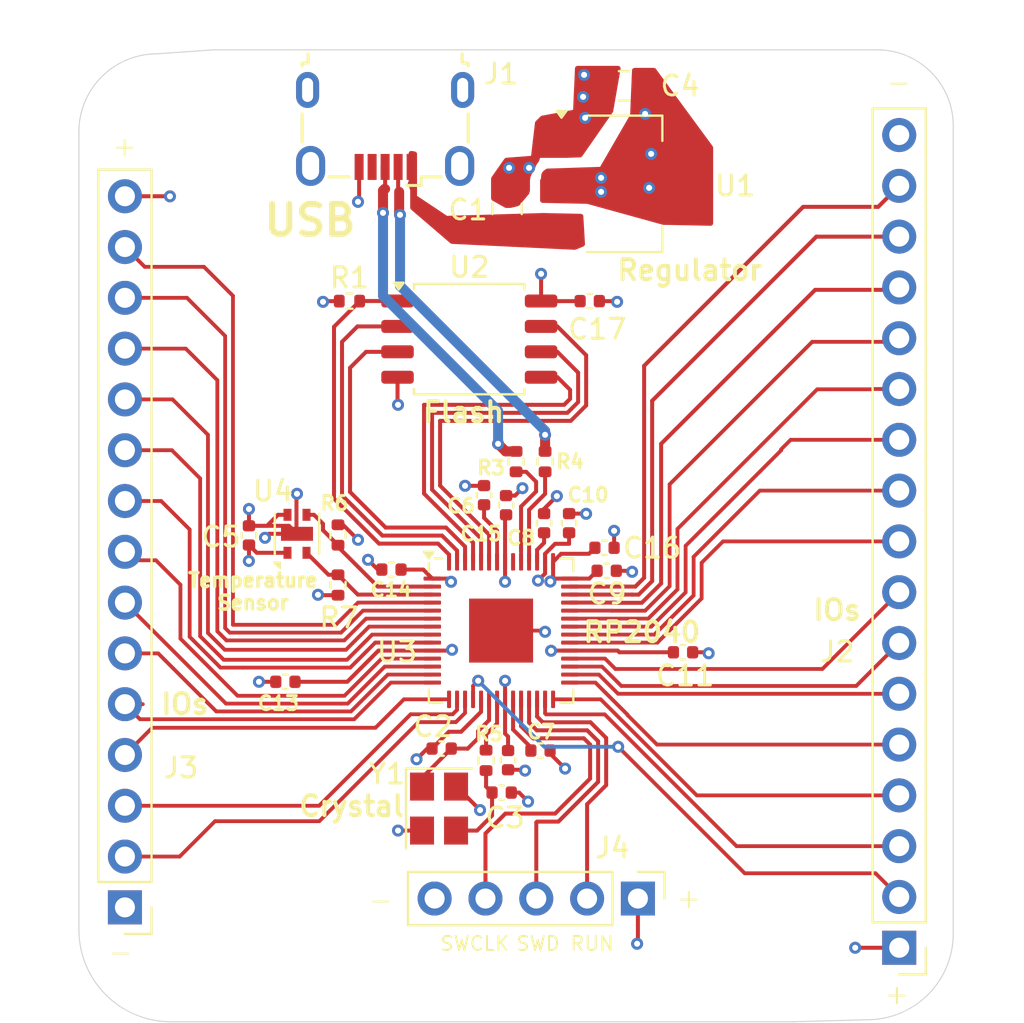
<source format=kicad_pcb>
(kicad_pcb (version 20241229) (generator "pcbnew") (generator_version "9.0")
  (layers (0 "F.Cu" signal) (4 "In1.Cu" power "GND") (6 "In2.Cu" power "+3V3") (2 "B.Cu" signal "2.Cu") (13 "F.Paste" user) (15 "B.Paste" user) (5 "F.SilkS" user "F.Silkscreen") (7 "B.SilkS" user "B.Silkscreen") (1 "F.Mask" user) (3 "B.Mask" user) (25 "Edge.Cuts" user))
  (net 0 "")
  (net 1 "VBUS")
  (net 2 "GND")
  (net 3 "/XIN")
  (net 4 "Net-(C3-Pad1)")
  (net 5 "+1V1")
  (net 6 "+3.3V")
  (net 7 "Net-(U3-USB_D+)")
  (net 8 "/USB_D+")
  (net 9 "/USB_D-")
  (net 10 "Net-(U3-USB_D-)")
  (net 11 "/XOUT")
  (net 12 "/QSPI_SCLK")
  (net 13 "/QSPI_SD3")
  (net 14 "/QSPI_SS")
  (net 15 "/QSPI_SD2")
  (net 16 "/QSPI_SD0")
  (net 17 "/QSPI_SD1")
  (net 19 "Net-(J2-Pin_7)")
  (net 20 "Net-(J2-Pin_10)")
  (net 21 "Net-(J2-Pin_6)")
  (net 22 "/SWCLK")
  (net 23 "/SWD")
  (net 24 "Net-(J2-Pin_3)")
  (net 25 "Net-(J2-Pin_13)")
  (net 26 "Net-(J2-Pin_12)")
  (net 27 "Net-(J2-Pin_4)")
  (net 28 "Net-(J2-Pin_15)")
  (net 29 "Net-(J2-Pin_11)")
  (net 30 "Net-(J2-Pin_2)")
  (net 31 "Net-(J2-Pin_9)")
  (net 32 "Net-(J2-Pin_5)")
  (net 33 "Net-(J2-Pin_8)")
  (net 34 "Net-(J2-Pin_14)")
  (net 35 "/RUN")
  (net 36 "Net-(J3-Pin_13)")
  (net 37 "Net-(J3-Pin_2)")
  (net 38 "Net-(J3-Pin_12)")
  (net 39 "Net-(J3-Pin_7)")
  (net 40 "Net-(J3-Pin_8)")
  (net 41 "Net-(J3-Pin_3)")
  (net 42 "Net-(J3-Pin_9)")
  (net 43 "Net-(J3-Pin_10)")
  (net 44 "Net-(J3-Pin_11)")
  (net 45 "Net-(J3-Pin_4)")
  (net 46 "Net-(J3-Pin_5)")
  (net 47 "Net-(J3-Pin_6)")
  (net 48 "Net-(J2-Pin_16)")
  (net 49 "Net-(J3-Pin_14)")
  (net 50 "Net-(U3-GPIO0)")
  (net 51 "Net-(U3-GPIO1)")
  (footprint "Package_TO_SOT_SMD:SOT-223-3_TabPin2" (layer "F.Cu") (at 100.55 111.7)
    (property "Reference" "U1")
    (property "Value" "NCP1117-3.3_SOT223")
  )
  (footprint "Capacitor_SMD:C_0402_1005Metric" (layer "F.Cu") (at 94.65 127.77 90)
    (property "Reference" "C15")
    (property "Value" "100n")
  )
  (footprint "MountingHole:MountingHole_2.2mm_M2" (layer "F.Cu") (at 109 149)
    (property "Reference" "H4" (hide yes))
    (property "Value" "MountingHole")
  )
  (footprint "Crystal:Crystal_SMD_3225-4Pin_3.2x2.5mm" (layer "F.Cu") (at 91.3 142.9398 -90)
    (property "Reference" "Y1")
    (property "Value" "ABM8-272-T3")
  )
  (footprint "Package_DFN_QFN:QFN-56-1EP_7x7mm_P0.4mm_EP3.2x3.2mm" (layer "F.Cu") (at 94.4 134.0398)
    (property "Reference" "U3")
    (property "Value" "RP2040")
  )
  (footprint "MountingHole:MountingHole_2.2mm_M2" (layer "F.Cu") (at 80 149)
    (property "Reference" "H3" (hide yes))
    (property "Value" "MountingHole")
  )
  (footprint "Resistor_SMD:R_0402_1005Metric" (layer "F.Cu") (at 93.65 140.5298 -90)
    (property "Reference" "R5")
    (property "Value" "1k")
  )
  (footprint "Package_DFN_QFN:AMS_QFN-4-1EP_2x2mm_P0.95mm_EP0.7x1.6mm" (layer "F.Cu") (at 84.2 129.2 90)
    (property "Reference" "U4")
    (property "Value" "ENS210")
  )
  (footprint "Capacitor_SMD:C_0402_1005Metric" (layer "F.Cu") (at 88.92 130.9898 180)
    (property "Reference" "C14")
    (property "Value" "100n")
  )
  (footprint "Connector_PinHeader_2.54mm:PinHeader_1x15_P2.54mm_Vertical" (layer "F.Cu") (at 75.6 147.88 180)
    (property "Reference" "J3")
    (property "Value" "Conn_01x15_Pin")
  )
  (footprint "Capacitor_SMD:C_0402_1005Metric" (layer "F.Cu") (at 91.43 139.9398 180)
    (property "Reference" "C2")
    (property "Value" "15p")
  )
  (footprint "Capacitor_SMD:C_0805_2012Metric" (layer "F.Cu") (at 100.55 106.8 180)
    (property "Reference" "C4")
    (property "Value" "10u")
  )
  (footprint "Resistor_SMD:R_0402_1005Metric" (layer "F.Cu") (at 86.8225 117.565)
    (property "Reference" "R1")
    (property "Value" "10k")
  )
  (footprint "Capacitor_SMD:C_0805_2012Metric" (layer "F.Cu") (at 94.7 112.95 90)
    (property "Reference" "C1")
    (property "Value" "10u")
  )
  (footprint "MountingHole:MountingHole_2.2mm_M2" (layer "F.Cu") (at 80 109)
    (property "Reference" "H1" (hide yes))
    (property "Value" "MountingHole")
  )
  (footprint "Capacitor_SMD:C_0402_1005Metric" (layer "F.Cu") (at 99.68 131.05)
    (property "Reference" "C9")
    (property "Value" "100n")
  )
  (footprint "Capacitor_SMD:C_0402_1005Metric" (layer "F.Cu") (at 97.8 128.67 90)
    (property "Reference" "C10")
    (property "Value" "1u")
  )
  (footprint "Resistor_SMD:R_0402_1005Metric" (layer "F.Cu") (at 95.15 125.59 -90)
    (property "Reference" "R3")
    (property "Value" "27")
  )
  (footprint "Capacitor_SMD:C_0402_1005Metric" (layer "F.Cu") (at 94.75 140.5198 -90)
    (property "Reference" "C12")
    (property "Value" "100n")
  )
  (footprint "Resistor_SMD:R_0402_1005Metric" (layer "F.Cu") (at 96.6 125.59 -90)
    (property "Reference" "R4")
    (property "Value" "27")
  )
  (footprint "Package_SO:SOIC-8_5.3x5.3mm_P1.27mm" (layer "F.Cu") (at 92.8125 119.465)
    (property "Reference" "U2")
    (property "Value" "W25Q128JVS")
  )
  (footprint "Capacitor_SMD:C_0402_1005Metric" (layer "F.Cu") (at 94.43 142.1398)
    (property "Reference" "C3")
    (property "Value" "15p")
  )
  (footprint "Capacitor_SMD:C_0402_1005Metric" (layer "F.Cu") (at 96.55 128.67 90)
    (property "Reference" "C8")
    (property "Value" "1u")
  )
  (footprint "Connector_PinHeader_2.54mm:PinHeader_1x05_P2.54mm_Vertical" (layer "F.Cu") (at 101.24 147.4398 -90)
    (property "Reference" "J4")
    (property "Value" "Conn_01x05_Pin")
  )
  (footprint "Resistor_SMD:R_0402_1005Metric" (layer "F.Cu") (at 86.25 129.26 -90)
    (property "Reference" "R6")
    (property "Value" "1k5")
  )
  (footprint "MountingHole:MountingHole_2.2mm_M2" (layer "F.Cu") (at 109 109)
    (property "Reference" "H2" (hide yes))
    (property "Value" "MountingHole")
  )
  (footprint "Capacitor_SMD:C_0402_1005Metric" (layer "F.Cu") (at 98.8325 117.565)
    (property "Reference" "C17")
    (property "Value" "1u")
  )
  (footprint "Capacitor_SMD:C_0402_1005Metric" (layer "F.Cu") (at 93.55 127.27 90)
    (property "Reference" "C6")
    (property "Value" "100n")
  )
  (footprint "Capacitor_SMD:C_0402_1005Metric" (layer "F.Cu") (at 99.57 129.9)
    (property "Reference" "C16")
    (property "Value" "100n")
  )
  (footprint "Resistor_SMD:R_0402_1005Metric" (layer "F.Cu") (at 86.25 131.76 90)
    (property "Reference" "R7")
    (property "Value" "1k5")
  )
  (footprint "Capacitor_SMD:C_0402_1005Metric" (layer "F.Cu") (at 81.8 129.28 -90)
    (property "Reference" "C5")
    (property "Value" "0.1u")
  )
  (footprint "Capacitor_SMD:C_0402_1005Metric" (layer "F.Cu") (at 103.495 135.125)
    (property "Reference" "C11")
    (property "Value" "100n")
  )
  (footprint "Capacitor_SMD:C_0402_1005Metric" (layer "F.Cu") (at 96.37 140.0398)
    (property "Reference" "C7")
    (property "Value" "100n")
  )
  (footprint "Capacitor_SMD:C_0402_1005Metric" (layer "F.Cu") (at 83.62 136.6 180)
    (property "Reference" "C13")
    (property "Value" "100n")
  )
  (footprint "Connector_PinHeader_2.54mm:PinHeader_1x17_P2.54mm_Vertical" (layer "F.Cu") (at 114.3 149.9 180)
    (property "Reference" "J2")
    (property "Value" "Conn_01x17_Pin")
  )
  (footprint "Connector_USB:USB_Micro-B_Wuerth_629105150521" (layer "F.Cu") (at 88.605 108.955 180)
    (property "Reference" "J1")
    (property "Value" "USB_B_Micro")
  )
  (gr_arc (start 117 149.2) (mid 115.740559 152.240559) (end 112.7 153.5) (stroke (width 0.05)) (layer "Edge.Cuts"))
  (gr_arc (start 77.9 153.6) (mid 74.647309 152.252691) (end 73.3 149) (stroke (width 0.05)) (layer "Edge.Cuts"))
  (gr_arc (start 113.2 104.998684) (mid 115.923062 106.147655) (end 117 108.9) (stroke (width 0.05)) (layer "Edge.Cuts"))
  (gr_line (start 109 105) (end 80 105) (stroke (width 0.05)) (layer "Edge.Cuts"))
  (gr_line (start 112.7 153.5) (end 109 153.6) (stroke (width 0.05)) (layer "Edge.Cuts"))
  (gr_line (start 109 153.6) (end 80 153.6) (stroke (width 0.05)) (layer "Edge.Cuts"))
  (gr_line (start 117 149.2) (end 117 108.9) (stroke (width 0.05)) (layer "Edge.Cuts"))
  (gr_line (start 80 105) (end 77.2 105.198719) (stroke (width 0.05)) (layer "Edge.Cuts"))
  (gr_line (start 73.3 109) (end 73.3 149) (stroke (width 0.05)) (layer "Edge.Cuts"))
  (gr_arc (start 73.3 109) (mid 74.476962 106.306246) (end 77.2 105.198718) (stroke (width 0.05)) (layer "Edge.Cuts"))
  (gr_line (start 77.9 153.6) (end 80 153.6) (stroke (width 0.05)) (layer "Edge.Cuts"))
  (gr_line (start 113.2 104.998684) (end 109 105) (stroke (width 0.05)) (layer "Edge.Cuts"))
  (gr_text "-" (at 87.7 148.1 0) (layer "F.SilkS") (effects (font (size 1 1) (thickness 0.1)) (justify left bottom)))
  (gr_text "Crystal" (at 84.2 143.4 0) (layer "F.SilkS") (effects (font (size 1 1) (thickness 0.2) (bold yes)) (justify left bottom)))
  (gr_text "Flash\n" (at 90.4 123.7 0) (layer "F.SilkS") (effects (font (size 1 1) (thickness 0.2) (bold yes)) (justify left bottom)))
  (gr_text "+\n" (at 113.5 152.8 0) (layer "F.SilkS") (effects (font (size 1 1) (thickness 0.1)) (justify left bottom)))
  (gr_text "-" (at 113.6 107.2 0) (layer "F.SilkS") (effects (font (size 1 1) (thickness 0.1)) (justify left bottom)))
  (gr_text "IOs" (at 109.9 133.6 0) (layer "F.SilkS") (effects (font (size 1 1) (thickness 0.2) (bold yes)) (justify left bottom)))
  (gr_text "USB" (at 82.4 114.4 0) (layer "F.SilkS") (effects (font (size 1.5 1.5) (thickness 0.3) (bold yes)) (justify left bottom)))
  (gr_text "+\n" (at 74.9 110.4 0) (layer "F.SilkS") (effects (font (size 1 1) (thickness 0.1)) (justify left bottom)))
  (gr_text "IOs" (at 77.3 138.3 0) (layer "F.SilkS") (effects (font (size 1 1) (thickness 0.2) (bold yes)) (justify left bottom)))
  (gr_text "Temperature\nSensor" (at 82 133.06 0) (layer "F.SilkS") (effects (font (size 0.7 0.7) (thickness 0.175) (bold yes)) (justify bottom)))
  (gr_text "-" (at 74.7 150.7 0) (layer "F.SilkS") (effects (font (size 1 1) (thickness 0.1)) (justify left bottom)))
  (gr_text "Regulator\n" (at 100.1 116.6 0) (layer "F.SilkS") (effects (font (size 1 1) (thickness 0.2) (bold yes)) (justify left bottom)))
  (gr_text "+\n" (at 103.1 148 0) (layer "F.SilkS") (effects (font (size 1 1) (thickness 0.1)) (justify left bottom)))
  (gr_text "SWCLK" (at 91.3 150.1 0) (layer "F.SilkS") (effects (font (size 0.7 0.7) (thickness 0.1)) (justify left bottom)))
  (gr_text "RP2040" (at 98.4 134.7 0) (layer "F.SilkS") (effects (font (size 1 1) (thickness 0.2) (bold yes)) (justify left bottom)))
  (gr_text "RUN" (at 97.8 150.1 0) (layer "F.SilkS") (effects (font (size 0.7 0.7) (thickness 0.1)) (justify left bottom)))
  (gr_text "SWD" (at 95.1 150.1 0) (layer "F.SilkS") (effects (font (size 0.7 0.7) (thickness 0.1)) (justify left bottom)))
  (segment (start 97.3 113.9) (end 97.4 114) (width 0.4) (layer "F.Cu") (net 1))
  (segment (start 81.8 128.8) (end 81.8 127.96) (width 0.2) (layer "F.Cu") (net 2))
  (segment (start 99.3125 117.565) (end 100.165 117.565) (width 0.2) (layer "F.Cu") (net 2))
  (segment (start 84.2 129.2) (end 84.174 129.174) (width 0.2) (layer "F.Cu") (net 2))
  (segment (start 96.55 128.19) (end 96.55 127.953994) (width 0.2) (layer "F.Cu") (net 2))
  (segment (start 97.8 128.19) (end 98.64 128.19) (width 0.2) (layer "F.Cu") (net 2))
  (segment (start 84.2 129.2) (end 82.8 129.2) (width 0.2) (layer "F.Cu") (net 2))
  (segment (start 92.6 126.8) (end 93.54 126.8) (width 0.2) (layer "F.Cu") (net 2))
  (segment (start 82.8 129.2) (end 82.6 129.4) (width 0.2) (layer "F.Cu") (net 2))
  (segment (start 94.65 127.29) (end 95.096821 127.29) (width 0.2) (layer "F.Cu") (net 2))
  (segment (start 100.9 131.05) (end 100.95 131.1) (width 0.2) (layer "F.Cu") (net 2))
  (segment (start 87.305 110.855) (end 87.305 112.545) (width 0.2) (layer "F.Cu") (net 2))
  (segment (start 83.8 128.8) (end 84.2 129.2) (width 0.2) (layer "F.Cu") (net 2))
  (segment (start 95.294146 127.092675) (end 95.46841 126.91841) (width 0.2) (layer "F.Cu") (net 2))
  (segment (start 90.175 140.475) (end 90.7102 139.9398) (width 0.2) (layer "F.Cu") (net 2))
  (segment (start 104.725 135.125) (end 104.775 135.175) (width 0.2) (layer "F.Cu") (net 2))
  (segment (start 92.174265 141.8398) (end 93.35 143.015535) (width 0.2) (layer "F.Cu") (net 2))
  (segment (start 92.15 141.8398) (end 92.174265 141.8398) (width 0.2) (layer "F.Cu") (net 2))
  (segment (start 95.56 140.9998) (end 95.6 141.0398) (width 0.2) (layer "F.Cu") (net 2))
  (segment (start 95.3 142.1398) (end 95.75 142.5898) (width 0.2) (layer "F.Cu") (net 2))
  (segment (start 92.4 139.1) (end 91.7898 139.1) (width 0.2) (layer "F.Cu") (net 2))
  (segment (start 89.225 122.725) (end 89.25 122.75) (width 0.2) (layer "F.Cu") (net 2))
  (segment (start 87.305 112.545) (end 87.25 112.6) (width 0.2) (layer "F.Cu") (net 2))
  (segment (start 91.7898 139.1) (end 90.95 139.9398) (width 0.2) (layer "F.Cu") (net 2))
  (segment (start 84.174 129.174) (end 84.174 127.226) (width 0.2) (layer "F.Cu") (net 2))
  (segment (start 100.05 130.0398) (end 100.05 129.85) (width 0.2) (layer "F.Cu") (net 2))
  (segment (start 93.4 137.4773) (end 93.4 138.1) (width 0.2) (layer "F.Cu") (net 2))
  (segment (start 96.85 140.0398) (end 96.85 140.1898) (width 0.2) (layer "F.Cu") (net 2))
  (segment (start 96.55 127.953994) (end 97.189434 127.31456) (width 0.2) (layer "F.Cu") (net 2))
  (segment (start 88.44 130.9898) (end 88.2398 130.9898) (width 0.2) (layer "F.Cu") (net 2))
  (segment (start 94.4 134.0398) (end 96.5398 134.0398) (width 0.19) (layer "F.Cu") (net 2))
  (segment (start 94.75 140.9998) (end 95.56 140.9998) (width 0.2) (layer "F.Cu") (net 2))
  (segment (start 93.4 138.1) (end 92.4 139.1) (width 0.2) (layer "F.Cu") (net 2))
  (segment (start 84.174 127.226) (end 84.2 127.2) (width 0.2) (layer "F.Cu") (net 2))
  (segment (start 100.165 117.565) (end 100.2 117.6) (width 0.2) (layer "F.Cu") (net 2))
  (segment (start 89.225 121.37) (end 89.225 122.725) (width 0.2) (layer "F.Cu") (net 2))
  (segment (start 81.8 128.8) (end 82.7 128.8) (width 0.2) (layer "F.Cu") (net 2))
  (segment (start 90.45 144.0398) (end 89.25 144.0398) (width 0.2) (layer "F.Cu") (net 2))
  (segment (start 100.05 129.9) (end 100.05 129.05) (width 0.2) (layer "F.Cu") (net 2))
  (segment (start 103.975 135.125) (end 104.725 135.125) (width 0.2) (layer "F.Cu") (net 2))
  (segment (start 83.14 136.6) (end 82.3 136.6) (width 0.2) (layer "F.Cu") (net 2))
  (segment (start 83.25 128.25) (end 83.725 128.25) (width 0.2) (layer "F.Cu") (net 2))
  (segment (start 98.64 128.19) (end 98.65 128.2) (width 0.2) (layer "F.Cu") (net 2))
  (segment (start 90.7102 139.9398) (end 90.95 139.9398) (width 0.2) (layer "F.Cu") (net 2))
  (segment (start 100.16 131.05) (end 100.9 131.05) (width 0.2) (layer "F.Cu") (net 2))
  (segment (start 82.7 128.8) (end 83.25 128.25) (width 0.2) (layer "F.Cu") (net 2))
  (segment (start 94.91 142.1398) (end 95.3 142.1398) (width 0.2) (layer "F.Cu") (net 2))
  (segment (start 88.2398 130.9898) (end 87.75 130.5) (width 0.2) (layer "F.Cu") (net 2))
  (segment (start 96.85 140.1898) (end 97.6 140.9398) (width 0.2) (layer "F.Cu") (net 2))
  (segment (start 95.096821 127.29) (end 95.294146 127.092675) (width 0.2) (layer "F.Cu") (net 2))
  (segment (start 93.54 126.8) (end 93.55 126.79) (width 0.2) (layer "F.Cu") (net 2))
  (segment (start 81.8 128.8) (end 83.8 128.8) (width 0.2) (layer "F.Cu") (net 2))
  (segment (start 96.5398 134.0398) (end 96.6 134.1) (width 0.19) (layer "F.Cu") (net 2))
  (via (at 82.6 129.4) (size 0.6) (drill 0.3) (layers "F.Cu" "B.Cu") (net 2))
  (via (at 96.6 134.1) (size 0.6) (drill 0.3) (layers "F.Cu" "B.Cu") (net 2))
  (via (at 82.3 136.6) (size 0.6) (drill 0.3) (layers "F.Cu" "B.Cu") (net 2))
  (via (at 97.6 140.9398) (size 0.6) (drill 0.3) (layers "F.Cu" "B.Cu") (net 2))
  (via (at 81.8 127.96) (size 0.6) (drill 0.3) (layers "F.Cu" "B.Cu") (net 2))
  (via (at 95.46841 126.91841) (size 0.6) (drill 0.3) (layers "F.Cu" "B.Cu") (net 2))
  (via (at 95.8 110.9) (size 0.6) (drill 0.3) (layers "F.Cu" "B.Cu") (net 2))
  (via (at 100.2 117.6) (size 0.6) (drill 0.3) (layers "F.Cu" "B.Cu") (net 2))
  (via (at 90.175 140.475) (size 0.6) (drill 0.3) (layers "F.Cu" "B.Cu") (net 2))
  (via (at 87.25 112.6) (size 0.6) (drill 0.3) (layers "F.Cu" "B.Cu") (net 2))
  (via (at 97.189434 127.31456) (size 0.6) (drill 0.3) (layers "F.Cu" "B.Cu") (net 2))
  (via (at 104.775 135.175) (size 0.6) (drill 0.3) (layers "F.Cu" "B.Cu") (net 2))
  (via (at 89.25 122.75) (size 0.6) (drill 0.3) (layers "F.Cu" "B.Cu") (net 2))
  (via (at 87.75 130.5) (size 0.6) (drill 0.3) (layers "F.Cu" "B.Cu") (net 2))
  (via (at 93.35 143.015535) (size 0.6) (drill 0.3) (layers "F.Cu" "B.Cu") (net 2))
  (via (at 98.5 107.35) (size 0.6) (drill 0.3) (layers "F.Cu" "B.Cu") (net 2))
  (via (at 84.2 127.2) (size 0.6) (drill 0.3) (layers "F.Cu" "B.Cu") (net 2))
  (via (at 98.65 128.2) (size 0.6) (drill 0.3) (layers "F.Cu" "B.Cu") (net 2))
  (via (at 95.6 141.0398) (size 0.6) (drill 0.3) (layers "F.Cu" "B.Cu") (net 2))
  (via (at 89.25 144.0398) (size 0.6) (drill 0.3) (layers "F.Cu" "B.Cu") (net 2))
  (via (at 100.05 129.05) (size 0.6) (drill 0.3) (layers "F.Cu" "B.Cu") (net 2))
  (via (at 98.55 106.25) (size 0.6) (drill 0.3) (layers "F.Cu" "B.Cu") (net 2))
  (via (at 98.6 108.4) (size 0.6) (drill 0.3) (layers "F.Cu" "B.Cu") (net 2))
  (via (at 100.95 131.1) (size 0.6) (drill 0.3) (layers "F.Cu" "B.Cu") (net 2))
  (via (at 94.8 110.9) (size 0.6) (drill 0.3) (layers "F.Cu" "B.Cu") (net 2))
  (via (at 95.75 142.5898) (size 0.6) (drill 0.3) (layers "F.Cu" "B.Cu") (net 2))
  (via (at 92.6 126.8) (size 0.6) (drill 0.3) (layers "F.Cu" "B.Cu") (net 2))
  (segment (start 93.225 139.45) (end 92.725 139.95) (width 0.2) (layer "F.Cu") (net 3))
  (segment (start 93.8 137.4773) (end 93.8 138.5227) (width 0.2) (layer "F.Cu") (net 3))
  (segment (start 92.725 139.95) (end 92.7148 139.9398) (width 0.2) (layer "F.Cu") (net 3))
  (segment (start 93.249 139.45) (end 93.225 139.45) (width 0.2) (layer "F.Cu") (net 3))
  (segment (start 92.7148 139.9398) (end 91.91 139.9398) (width 0.2) (layer "F.Cu") (net 3))
  (segment (start 90.45 141.3998) (end 90.45 141.8398) (width 0.2) (layer "F.Cu") (net 3))
  (segment (start 91.91 139.9398) (end 90.45 141.3998) (width 0.2) (layer "F.Cu") (net 3))
  (segment (start 93.249 139.0737) (end 93.249 139.45) (width 0.2) (layer "F.Cu") (net 3))
  (segment (start 93.8 138.5227) (end 93.249 139.0737) (width 0.2) (layer "F.Cu") (net 3))
  (segment (start 93.65 141.0398) (end 93.65 141.8398) (width 0.2) (layer "F.Cu") (net 4))
  (segment (start 93.2 144.0398) (end 92.15 144.0398) (width 0.2) (layer "F.Cu") (net 4))
  (segment (start 93.95 143.2898) (end 93.2 144.0398) (width 0.2) (layer "F.Cu") (net 4))
  (segment (start 93.65 141.8398) (end 93.95 142.1398) (width 0.2) (layer "F.Cu") (net 4))
  (segment (start 93.95 142.1398) (end 93.95 143.2898) (width 0.2) (layer "F.Cu") (net 4))
  (segment (start 93.55 128.4) (end 93.55 127.75) (width 0.2) (layer "F.Cu") (net 5))
  (segment (start 95 138.9898) (end 95 137.4773) (width 0.2) (layer "F.Cu") (net 5))
  (segment (start 94.2 130.6023) (end 94.2 129.05) (width 0.19) (layer "F.Cu") (net 5))
  (segment (start 96.55 129.15) (end 96.55 129.65) (width 0.2) (layer "F.Cu") (net 5))
  (segment (start 96.2 130) (end 96.2 130.6023) (width 0.2) (layer "F.Cu") (net 5))
  (segment (start 95.89 139.8798) (end 95 138.9898) (width 0.2) (layer "F.Cu") (net 5))
  (segment (start 95.89 140.0398) (end 95.89 139.8798) (width 0.2) (layer "F.Cu") (net 5))
  (segment (start 94.2 129.05) (end 93.55 128.4) (width 0.2) (layer "F.Cu") (net 5))
  (segment (start 96.55 129.65) (end 96.2 130) (width 0.2) (layer "F.Cu") (net 5))
  (segment (start 97.1102 135.0398) (end 97.1 135.05) (width 0.2) (layer "F.Cu") (net 6))
  (segment (start 96.6 130.6023) (end 96.6 131.18722) (width 0.2) (layer "F.Cu") (net 6))
  (segment (start 94.6 128.3) (end 94.65 128.25) (width 0.2) (layer "F.Cu") (net 6))
  (segment (start 96.4 117.56) (end 96.4 116.2) (width 0.2) (layer "F.Cu") (net 6))
  (segment (start 98.3525 117.565) (end 96.405 117.565) (width 0.2) (layer "F.Cu") (net 6))
  (segment (start 94.6 137.4773) (end 94.6 136.55) (width 0.2) (layer "F.Cu") (net 6))
  (segment (start 82.19 130.15) (end 83.725 130.15) (width 0.2) (layer "F.Cu") (net 6))
  (segment (start 77.845 112.32) (end 77.85 112.325) (width 0.2) (layer "F.Cu") (net 6))
  (segment (start 97.8375 135.0398) (end 97.1102 135.0398) (width 0.2) (layer "F.Cu") (net 6))
  (segment (start 90.5125 130.9898) (end 89.4 130.9898) (width 0.2) (layer "F.Cu") (net 6))
  (segment (start 97.8375 131.4398) (end 98.8102 131.4398) (width 0.2) (layer "F.Cu") (net 6))
  (segment (start 94.6 139.1898) (end 94.75 139.3398) (width 0.2) (layer "F.Cu") (net 6))
  (segment (start 86.3125 117.565) (end 85.535 117.565) (width 0.2) (layer "F.Cu") (net 6))
  (segment (start 90.9625 131.4398) (end 91.7398 131.4398) (width 0.2) (layer "F.Cu") (net 6))
  (segment (start 81.8 129.76) (end 81.8 130.555) (width 0.2) (layer "F.Cu") (net 6))
  (segment (start 98.8102 131.4398) (end 99.2 131.05) (width 0.2) (layer "F.Cu") (net 6))
  (segment (start 88.27306 135.0398) (end 86.71286 136.6) (width 0.2) (layer "F.Cu") (net 6))
  (segment (start 96.405 117.565) (end 96.4 117.56) (width 0.2) (layer "F.Cu") (net 6))
  (segment (start 100.2273 135.0398) (end 100.3125 135.125) (width 0.2) (layer "F.Cu") (net 6))
  (segment (start 97.1 135.05) (end 96.9 135.05) (width 0.2) (layer "F.Cu") (net 6))
  (segment (start 96.6 131.18722) (end 96.24742 131.5398) (width 0.2) (layer "F.Cu") (net 6))
  (segment (start 81.8 130.555) (end 81.795 130.56) (width 0.2) (layer "F.Cu") (net 6))
  (segment (start 75.6 112.32) (end 77.845 112.32) (width 0.2) (layer "F.Cu") (net 6))
  (segment (start 87.25 129.5) (end 86.5 128.75) (width 0.2) (layer "F.Cu") (net 6))
  (segment (start 86.25 132.27) (end 85.27 132.27) (width 0.2) (layer "F.Cu") (net 6))
  (segment (start 85.27 132.27) (end 85.25 132.25) (width 0.2) (layer "F.Cu") (net 6))
  (segment (start 96.6 130.6023) (end 96.6 130.2) (width 0.2) (layer "F.Cu") (net 6))
  (segment (start 97.4023 130.2) (end 98.79 130.2) (width 0.2) (layer "F.Cu") (net 6))
  (segment (start 97.1 129.7) (end 97.8 129.7) (width 0.2) (layer "F.Cu") (net 6))
  (segment (start 90.9625 135.0398) (end 88.27306 135.0398) (width 0.2) (layer "F.Cu") (net 6))
  (segment (start 91.9102 135.0398) (end 91.95 135) (width 0.2) (layer "F.Cu") (net 6))
  (segment (start 114.3 149.9) (end 112.1 149.9) (width 0.2) (layer "F.Cu") (net 6))
  (segment (start 97.8375 135.0398) (end 100.2273 135.0398) (width 0.2) (layer "F.Cu") (net 6))
  (segment (start 86.71286 136.6) (end 84.1 136.6) (width 0.2) (layer "F.Cu") (net 6))
  (segment (start 90.9625 131.4398) (end 90.5125 130.9898) (width 0.2) (layer "F.Cu") (net 6))
  (segment (start 97 130.6023) (end 97.4023 130.2) (width 0.2) (layer "F.Cu") (net 6))
  (segment (start 94.6 130.6023) (end 94.6 131.6) (width 0.2) (layer "F.Cu") (net 6))
  (segment (start 98.79 130.2) (end 99.09 129.9) (width 0.2) (layer "F.Cu") (net 6))
  (segment (start 96.6 130.2) (end 97.1 129.7) (width 0.2) (layer "F.Cu") (net 6))
  (segment (start 97.00862 131.4398) (end 97.8375 131.4398) (width 0.2) (layer "F.Cu") (net 6))
  (segment (start 97 131.44842) (end 96.862154 131.586266) (width 0.2) (layer "F.Cu") (net 6))
  (segment (start 100.3125 135.125) (end 103.015 135.125) (width 0.2) (layer "F.Cu") (net 6))
  (segment (start 97.8 129.7) (end 97.8 129.15) (width 0.2) (layer "F.Cu") (net 6))
  (segment (start 94.6 137.4773) (end 94.6 139.1898) (width 0.2) (layer "F.Cu") (net 6))
  (segment (start 86.5 128.75) (end 86.25 128.75) (width 0.2) (layer "F.Cu") (net 6))
  (segment (start 91.7398 131.4398) (end 91.9 131.6) (width 0.2) (layer "F.Cu") (net 6))
  (segment (start 81.8 129.76) (end 82.19 130.15) (width 0.2) (layer "F.Cu") (net 6))
  (segment (start 94.75 139.3398) (end 94.75 140.0398) (width 0.2) (layer "F.Cu") (net 6))
  (segment (start 85.535 117.565) (end 85.5 117.6) (width 0.2) (layer "F.Cu") (net 6))
  (segment (start 94.6 129.45) (end 94.6 128.3) (width 0.2) (layer "F.Cu") (net 6))
  (segment (start 97 130.6023) (end 97 131.44842) (width 0.2) (layer "F.Cu") (net 6))
  (segment (start 90.9625 135.0398) (end 91.9102 135.0398) (width 0.2) (layer "F.Cu") (net 6))
  (segment (start 96.862154 131.586266) (end 97.00862 131.4398) (width 0.2) (layer "F.Cu") (net 6))
  (segment (start 101.24 147.4398) (end 101.24 149.66) (width 0.2) (layer "F.Cu") (net 6))
  (segment (start 101.24 149.66) (end 101.2 149.7) (width 0.2) (layer "F.Cu") (net 6))
  (segment (start 94.6 130.6023) (end 94.6 129.45) (width 0.2) (layer "F.Cu") (net 6))
  (via (at 94.6 131.6) (size 0.6) (drill 0.3) (layers "F.Cu" "B.Cu") (net 6))
  (via (at 85.5 117.6) (size 0.6) (drill 0.3) (layers "F.Cu" "B.Cu") (net 6))
  (via (at 101.9 110.2) (size 0.6) (drill 0.3) (layers "F.Cu" "B.Cu") (net 6))
  (via (at 94.6 136.55) (size 0.6) (drill 0.3) (layers "F.Cu" "B.Cu") (net 6))
  (via (at 101.2 149.7) (size 0.6) (drill 0.3) (layers "F.Cu" "B.Cu") (net 6))
  (via (at 77.85 112.325) (size 0.6) (drill 0.3) (layers "F.Cu" "B.Cu") (net 6))
  (via (at 91.9 131.6) (size 0.6) (drill 0.3) (layers "F.Cu" "B.Cu") (net 6))
  (via (at 96.24742 131.5398) (size 0.6) (drill 0.3) (layers "F.Cu" "B.Cu") (net 6))
  (via (at 99.4 112.1) (size 0.6) (drill 0.3) (layers "F.Cu" "B.Cu") (net 6))
  (via (at 85.25 132.25) (size 0.6) (drill 0.3) (layers "F.Cu" "B.Cu") (net 6))
  (via (at 91.95 135) (size 0.6) (drill 0.3) (layers "F.Cu" "B.Cu") (net 6))
  (via (at 99.4 111.4) (size 0.6) (drill 0.3) (layers "F.Cu" "B.Cu") (net 6))
  (via (at 96.862154 131.586266) (size 0.6) (drill 0.3) (layers "F.Cu" "B.Cu") (net 6))
  (via (at 96.4 116.2) (size 0.6) (drill 0.3) (layers "F.Cu" "B.Cu") (net 6))
  (via (at 87.25 129.5) (size 0.6) (drill 0.3) (layers "F.Cu" "B.Cu") (net 6))
  (via (at 101.6 108.2) (size 0.6) (drill 0.3) (layers "F.Cu" "B.Cu") (net 6))
  (via (at 96.9 135.05) (size 0.6) (drill 0.3) (layers "F.Cu" "B.Cu") (net 6))
  (via (at 112.1 149.9) (size 0.6) (drill 0.3) (layers "F.Cu" "B.Cu") (net 6))
  (via (at 101.8 111.9) (size 0.6) (drill 0.3) (layers "F.Cu" "B.Cu") (net 6))
  (via (at 81.795 130.56) (size 0.6) (drill 0.3) (layers "F.Cu" "B.Cu") (net 6))
  (segment (start 95.65483 126.1) (end 96.15 126.59517) (width 0.2) (layer "F.Cu") (net 7))
  (segment (start 95.4 130.6023) (end 95.4 129.901) (width 0.19) (layer "F.Cu") (net 7))
  (segment (start 95.4 129.901) (end 95.399 129.9) (width 0.19) (layer "F.Cu") (net 7))
  (segment (start 96.15 126.59517) (end 96.15 127.08535) (width 0.2) (layer "F.Cu") (net 7))
  (segment (start 96.15 127.08535) (end 95.399 127.83635) (width 0.2) (layer "F.Cu") (net 7))
  (segment (start 95.15 126.1) (end 95.65483 126.1) (width 0.2) (layer "F.Cu") (net 7))
  (segment (start 95.399 127.83635) (end 95.399 129.9) (width 0.2) (layer "F.Cu") (net 7))
  (segment (start 95.399 129.9) (end 95.399 130.066026) (width 0.2) (layer "F.Cu") (net 7))
  (segment (start 88.705 111.38) (end 88.605 111.28) (width 0.2) (layer "F.Cu") (net 8))
  (segment (start 88.585 110.865) (end 88.581 110.869) (width 0.4) (layer "F.Cu") (net 8))
  (segment (start 88.579 111.956) (end 88.605 111.956) (width 0.5) (layer "F.Cu") (net 8))
  (segment (start 88.605 110.855) (end 88.605 111.956) (width 0.2) (layer "F.Cu") (net 8))
  (segment (start 94.63 125.08) (end 94.25 124.7) (width 0.5) (layer "F.Cu") (net 8))
  (segment (start 88.605 111.305) (end 88.629 111.305) (width 0.4) (layer "F.Cu") (net 8))
  (segment (start 95.15 125.08) (end 94.63 125.08) (width 0.5) (layer "F.Cu") (net 8))
  (segment (start 88.605 110.855) (end 88.595 110.865) (width 0.4) (layer "F.Cu") (net 8))
  (segment (start 88.605 111.28) (end 88.605 110.855) (width 0.2) (layer "F.Cu") (net 8))
  (segment (start 88.5 112.035) (end 88.579 111.956) (width 0.5) (layer "F.Cu") (net 8))
  (segment (start 88.581 110.869) (end 88.581 111.305) (width 0.4) (layer "F.Cu") (net 8))
  (segment (start 88.5 113.15) (end 88.5 112.035) (width 0.5) (layer "F.Cu") (net 8))
  (segment (start 88.595 110.865) (end 88.585 110.865) (width 0.4) (layer "F.Cu") (net 8))
  (segment (start 88.605 110.855) (end 88.605 111.305) (width 0.4) (layer "F.Cu") (net 8))
  (via (at 88.5 113.15) (size 0.6) (drill 0.3) (layers "F.Cu" "B.Cu") (net 8))
  (via (at 94.25 124.7) (size 0.6) (drill 0.3) (layers "F.Cu" "B.Cu") (net 8))
  (segment (start 94.25 123.05) (end 88.5 117.3) (width 0.5) (layer "B.Cu") (net 8))
  (segment (start 94.25 124.7) (end 94.25 123.05) (width 0.5) (layer "B.Cu") (net 8))
  (segment (start 88.5 117.3) (end 88.5 113.15) (width 0.5) (layer "B.Cu") (net 8))
  (segment (start 89.255 110.855) (end 89.255 112.049) (width 0.2) (layer "F.Cu") (net 9))
  (segment (start 96.6 125.08) (end 96.6 124.25) (width 0.5) (layer "F.Cu") (net 9))
  (segment (start 89.155 111.38) (end 89.255 111.28) (width 0.2) (layer "F.Cu") (net 9))
  (segment (start 89.255 112.049) (end 89.306 112.1) (width 0.2) (layer "F.Cu") (net 9))
  (segment (start 89.35 113.25) (end 89.306 113.206) (width 0.5) (layer "F.Cu") (net 9))
  (segment (start 89.255 111.28) (end 89.255 110.855) (width 0.2) (layer "F.Cu") (net 9))
  (segment (start 89.306 113.206) (end 89.306 112.1) (width 0.5) (layer "F.Cu") (net 9))
  (via (at 96.6 124.25) (size 0.6) (drill 0.3) (layers "F.Cu" "B.Cu") (net 9))
  (via (at 89.35 113.25) (size 0.6) (drill 0.3) (layers "F.Cu" "B.Cu") (net 9))
  (segment (start 96.6 124.05) (end 89.35 116.8) (width 0.5) (layer "B.Cu") (net 9))
  (segment (start 89.35 116.8) (end 89.35 113.25) (width 0.5) (layer "B.Cu") (net 9))
  (segment (start 96.6 124.25) (end 96.6 124.05) (width 0.5) (layer "B.Cu") (net 9))
  (segment (start 96.6 127.20245) (end 96.6 126.1) (width 0.2) (layer "F.Cu") (net 10))
  (segment (start 95.8 128.00245) (end 96.6 127.20245) (width 0.2) (layer "F.Cu") (net 10))
  (segment (start 95.8 130.6023) (end 95.8 128.00245) (width 0.2) (layer "F.Cu") (net 10))
  (segment (start 94.2 137.4773) (end 94.2 138.6898) (width 0.2) (layer "F.Cu") (net 11))
  (segment (start 93.65 139.2398) (end 93.65 140.0198) (width 0.2) (layer "F.Cu") (net 11))
  (segment (start 94.2 138.6898) (end 93.65 139.2398) (width 0.2) (layer "F.Cu") (net 11))
  (segment (start 98.251 121.138501) (end 97.212499 120.1) (width 0.2) (layer "F.Cu") (net 12))
  (segment (start 93.4 129.4398) (end 90.951 126.9908) (width 0.2) (layer "F.Cu") (net 12))
  (segment (start 93.4 130.6023) (end 93.4 129.4398) (width 0.2) (layer "F.Cu") (net 12))
  (segment (start 97.212499 120.1) (end 96.4 120.1) (width 0.2) (layer "F.Cu") (net 12))
  (segment (start 90.951 123.151) (end 97.7161 123.151) (width 0.2) (layer "F.Cu") (net 12))
  (segment (start 97.7161 123.151) (end 98.251 122.6161) (width 0.2) (layer "F.Cu") (net 12))
  (segment (start 90.951 126.9908) (end 90.951 123.151) (width 0.2) (layer "F.Cu") (net 12))
  (segment (start 98.251 122.6161) (end 98.251 121.138501) (width 0.2) (layer "F.Cu") (net 12))
  (segment (start 91.352 123.552) (end 97.8822 123.552) (width 0.2) (layer "F.Cu") (net 13))
  (segment (start 91.352 126.7918) (end 91.352 123.552) (width 0.2) (layer "F.Cu") (net 13))
  (segment (start 93.8 129.2398) (end 92.7051 128.1449) (width 0.2) (layer "F.Cu") (net 13))
  (segment (start 92.7051 128.1449) (end 91.352 126.7918) (width 0.2) (layer "F.Cu") (net 13))
  (segment (start 98.652 122.7822) (end 98.652 120.269501) (width 0.2) (layer "F.Cu") (net 13))
  (segment (start 93.8 130.6023) (end 93.8 129.2398) (width 0.2) (layer "F.Cu") (net 13))
  (segment (start 97.212499 118.83) (end 96.4 118.83) (width 0.2) (layer "F.Cu") (net 13))
  (segment (start 98.652 120.269501) (end 97.212499 118.83) (width 0.2) (layer "F.Cu") (net 13))
  (segment (start 97.8822 123.552) (end 98.652 122.7822) (width 0.2) (layer "F.Cu") (net 13))
  (segment (start 89.225 117.56) (end 87.3375 117.56) (width 0.2) (layer "F.Cu") (net 14))
  (segment (start 91.8 130.2398) (end 91.25 129.6898) (width 0.2) (layer "F.Cu") (net 14))
  (segment (start 86.05 127.4398) (end 86.05 118.8475) (width 0.2) (layer "F.Cu") (net 14))
  (segment (start 86.05 118.8475) (end 87.3325 117.565) (width 0.2) (layer "F.Cu") (net 14))
  (segment (start 91.25 129.6898) (end 88.3 129.6898) (width 0.2) (layer "F.Cu") (net 14))
  (segment (start 87.3375 117.56) (end 87.3325 117.565) (width 0.2) (layer "F.Cu") (net 14))
  (segment (start 91.8 130.6023) (end 91.8 130.2398) (width 0.2) (layer "F.Cu") (net 14))
  (segment (start 88.3 129.6898) (end 86.05 127.4398) (width 0.2) (layer "F.Cu") (net 14))
  (segment (start 86.852 127.1076) (end 86.852 120.9) (width 0.2) (layer "F.Cu") (net 15))
  (segment (start 92.6 130.6023) (end 92.6 129.8398) (width 0.2) (layer "F.Cu") (net 15))
  (segment (start 87.652 120.1) (end 89.225 120.1) (width 0.2) (layer "F.Cu") (net 15))
  (segment (start 91.648 128.8878) (end 88.6322 128.8878) (width 0.2) (layer "F.Cu") (net 15))
  (segment (start 88.6322 128.8878) (end 86.852 127.1076) (width 0.2) (layer "F.Cu") (net 15))
  (segment (start 86.852 120.9) (end 87.652 120.1) (width 0.2) (layer "F.Cu") (net 15))
  (segment (start 92.6 129.8398) (end 91.648 128.8878) (width 0.2) (layer "F.Cu") (net 15))
  (segment (start 93 130.6023) (end 93 129.6398) (width 0.2) (layer "F.Cu") (net 16))
  (segment (start 97.85 122.45) (end 97.85 122) (width 0.2) (layer "F.Cu") (net 16))
  (segment (start 97.85 122) (end 97.22 121.37) (width 0.2) (layer "F.Cu") (net 16))
  (segment (start 90.55 122.75) (end 97.55 122.75) (width 0.2) (layer "F.Cu") (net 16))
  (segment (start 97.22 121.37) (end 96.4 121.37) (width 0.2) (layer "F.Cu") (net 16))
  (segment (start 97.55 122.75) (end 97.85 122.45) (width 0.2) (layer "F.Cu") (net 16))
  (segment (start 90.55 127.1898) (end 90.55 122.75) (width 0.2) (layer "F.Cu") (net 16))
  (segment (start 93 129.6398) (end 90.55 127.1898) (width 0.2) (layer "F.Cu") (net 16))
  (segment (start 92.2 130.0398) (end 92.2 130.6023) (width 0.2) (layer "F.Cu") (net 17))
  (segment (start 86.451 127.2737) (end 88.4661 129.2888) (width 0.2) (layer "F.Cu") (net 17))
  (segment (start 88.4661 129.2888) (end 91.449 129.2888) (width 0.2) (layer "F.Cu") (net 17))
  (segment (start 89.225 118.83) (end 87.221 118.83) (width 0.2) (layer "F.Cu") (net 17))
  (segment (start 87.221 118.83) (end 86.451 119.6) (width 0.2) (layer "F.Cu") (net 17))
  (segment (start 86.451 119.6) (end 86.451 127.2737) (width 0.2) (layer "F.Cu") (net 17))
  (segment (start 91.449 129.2888) (end 92.2 130.0398) (width 0.2) (layer "F.Cu") (net 17))
  (segment (start 99.442758 135.8398) (end 100.411958 136.809) (width 0.19) (layer "F.Cu") (net 19))
  (segment (start 112.151 136.809) (end 114.3 134.66) (width 0.19) (layer "F.Cu") (net 19))
  (segment (start 97.8375 135.8398) (end 99.442758 135.8398) (width 0.19) (layer "F.Cu") (net 19))
  (segment (start 100.411958 136.809) (end 112.151 136.809) (width 0.19) (layer "F.Cu") (net 19))
  (segment (start 102.063302 134.2398) (end 104.025 132.278102) (width 0.19) (layer "F.Cu") (net 20))
  (segment (start 104.025 132.278102) (end 104.025 130.35) (width 0.19) (layer "F.Cu") (net 20))
  (segment (start 107.335 127.04) (end 114.3 127.04) (width 0.19) (layer "F.Cu") (net 20))
  (segment (start 97.8375 134.2398) (end 102.063302 134.2398) (width 0.19) (layer "F.Cu") (net 20))
  (segment (start 104.025 130.35) (end 107.335 127.04) (width 0.19) (layer "F.Cu") (net 20))
  (segment (start 99.2898 136.2398) (end 100.25 137.2) (width 0.19) (layer "F.Cu") (net 21))
  (segment (start 100.25 137.2) (end 114.3 137.2) (width 0.19) (layer "F.Cu") (net 21))
  (segment (start 97.8375 136.2398) (end 99.2898 136.2398) (width 0.19) (layer "F.Cu") (net 21))
  (segment (start 98.85 141.4398) (end 97.1 143.1898) (width 0.2) (layer "F.Cu") (net 22))
  (segment (start 96.0061 139.4288) (end 98.539 139.4288) (width 0.2) (layer "F.Cu") (net 22))
  (segment (start 98.85 139.7398) (end 98.85 141.4398) (width 0.2) (layer "F.Cu") (net 22))
  (segment (start 98.539 139.4288) (end 98.85 139.7398) (width 0.2) (layer "F.Cu") (net 22))
  (segment (start 95.4 137.4773) (end 95.4 138.8227) (width 0.2) (layer "F.Cu") (net 22))
  (segment (start 95.4 138.8227) (end 96.0061 139.4288) (width 0.2) (layer "F.Cu") (net 22))
  (segment (start 97.1 143.1898) (end 94.6171 143.1898) (width 0.2) (layer "F.Cu") (net 22))
  (segment (start 93.62 144.1869) (end 93.62 147.4398) (width 0.2) (layer "F.Cu") (net 22))
  (segment (start 94.6171 143.1898) (end 93.62 144.1869) (width 0.2) (layer "F.Cu") (net 22))
  (segment (start 99.251 139.5737) (end 99.251 141.6059) (width 0.2) (layer "F.Cu") (net 23))
  (segment (start 99.251 141.6059) (end 97.2661 143.5908) (width 0.2) (layer "F.Cu") (net 23))
  (segment (start 95.8 137.4773) (end 95.8 138.6398) (width 0.2) (layer "F.Cu") (net 23))
  (segment (start 96.16 143.6308) (end 96.16 147.4398) (width 0.2) (layer "F.Cu") (net 23))
  (segment (start 95.8 138.6398) (end 96.188 139.0278) (width 0.2) (layer "F.Cu") (net 23))
  (segment (start 96.2 143.5908) (end 96.16 143.6308) (width 0.2) (layer "F.Cu") (net 23))
  (segment (start 96.188 139.0278) (end 98.7051 139.0278) (width 0.2) (layer "F.Cu") (net 23))
  (segment (start 97.2661 143.5908) (end 96.2 143.5908) (width 0.2) (layer "F.Cu") (net 23))
  (segment (start 98.7051 139.0278) (end 99.251 139.5737) (width 0.2) (layer "F.Cu") (net 23))
  (segment (start 106.17 144.82) (end 114.3 144.82) (width 0.19) (layer "F.Cu") (net 24))
  (segment (start 96.6 138.179772) (end 96.651028 138.2308) (width 0.19) (layer "F.Cu") (net 24))
  (segment (start 96.651028 138.2308) (end 99.5808 138.2308) (width 0.19) (layer "F.Cu") (net 24))
  (segment (start 99.5808 138.2308) (end 106.17 144.82) (width 0.19) (layer "F.Cu") (net 24))
  (segment (start 96.6 137.4773) (end 96.6 138.179772) (width 0.19) (layer "F.Cu") (net 24))
  (segment (start 99.929771 133.0398) (end 99.935972 133.046) (width 0.19) (layer "F.Cu") (net 25))
  (segment (start 102.825 126.726) (end 109.951 119.6) (width 0.19) (layer "F.Cu") (net 25))
  (segment (start 109.951 119.6) (end 114.12 119.6) (width 0.19) (layer "F.Cu") (net 25))
  (segment (start 102.825 131.819228) (end 102.825 126.726) (width 0.19) (layer "F.Cu") (net 25))
  (segment (start 99.935972 133.046) (end 101.598228 133.046) (width 0.19) (layer "F.Cu") (net 25))
  (segment (start 97.8375 133.0398) (end 99.929771 133.0398) (width 0.19) (layer "F.Cu") (net 25))
  (segment (start 114.12 119.6) (end 114.3 119.42) (width 0.19) (layer "F.Cu") (net 25))
  (segment (start 101.598228 133.046) (end 102.825 131.819228) (width 0.19) (layer "F.Cu") (net 25))
  (segment (start 101.757386 133.4398) (end 103.216 131.981186) (width 0.19) (layer "F.Cu") (net 26))
  (segment (start 97.8375 133.4398) (end 101.757386 133.4398) (width 0.19) (layer "F.Cu") (net 26))
  (segment (start 112.965 121.96) (end 114.3 121.96) (width 0.19) (layer "F.Cu") (net 26))
  (segment (start 103.216 131.981186) (end 103.216 128.959) (width 0.19) (layer "F.Cu") (net 26))
  (segment (start 103.216 128.959) (end 110.2 121.975) (width 0.19) (layer "F.Cu") (net 26))
  (segment (start 110.2 121.975) (end 112.95 121.975) (width 0.19) (layer "F.Cu") (net 26))
  (segment (start 112.95 121.975) (end 112.965 121.96) (width 0.19) (layer "F.Cu") (net 26))
  (segment (start 97 137.4773) (end 99.380258 137.4773) (width 0.19) (layer "F.Cu") (net 27))
  (segment (start 104.182958 142.28) (end 114.3 142.28) (width 0.19) (layer "F.Cu") (net 27))
  (segment (start 99.380258 137.4773) (end 104.182958 142.28) (width 0.19) (layer "F.Cu") (net 27))
  (segment (start 100.9431 132.2398) (end 100.9441 132.2408) (width 0.2) (layer "F.Cu") (net 28))
  (segment (start 101.951 131.5661) (end 101.951 122.549) (width 0.2) (layer "F.Cu") (net 28))
  (segment (start 101.951 122.549) (end 110.16 114.34) (width 0.2) (layer "F.Cu") (net 28))
  (segment (start 101.2763 132.2408) (end 101.951 131.5661) (width 0.2) (layer "F.Cu") (net 28))
  (segment (start 100.9441 132.2408) (end 101.2763 132.2408) (width 0.2) (layer "F.Cu") (net 28))
  (segment (start 110.16 114.34) (end 114.3 114.34) (width 0.2) (layer "F.Cu") (net 28))
  (segment (start 100.9431 132.2398) (end 97.8375 132.2398) (width 0.2) (layer "F.Cu") (net 28))
  (segment (start 103.625 129.8) (end 108.4 125.025) (width 0.19) (layer "F.Cu") (net 29))
  (segment (start 97.8375 133.8398) (end 101.910344 133.8398) (width 0.19) (layer "F.Cu") (net 29))
  (segment (start 108.875 124.5) (end 114.3 124.5) (width 0.19) (layer "F.Cu") (net 29))
  (segment (start 101.910344 133.8398) (end 103.625 132.125144) (width 0.19) (layer "F.Cu") (net 29))
  (segment (start 103.625 132.125144) (end 103.625 129.8) (width 0.19) (layer "F.Cu") (net 29))
  (segment (start 108.4 125.025) (end 108.4 124.975) (width 0.19) (layer "F.Cu") (net 29))
  (segment (start 108.4 124.975) (end 108.875 124.5) (width 0.19) (layer "F.Cu") (net 29))
  (segment (start 100.252 139.85) (end 106.577 146.175) (width 0.19) (layer "F.Cu") (net 30))
  (segment (start 113.115 146.175) (end 114.3 147.36) (width 0.19) (layer "F.Cu") (net 30))
  (segment (start 106.577 146.175) (end 113.115 146.175) (width 0.19) (layer "F.Cu") (net 30))
  (segment (start 93 137.4773) (end 93 136.804121) (width 0.19) (layer "F.Cu") (net 30))
  (segment (start 93 136.804121) (end 93.256395 136.547726) (width 0.19) (layer "F.Cu") (net 30))
  (via (at 93.256395 136.547726) (size 0.6) (drill 0.3) (layers "F.Cu" "B.Cu") (net 30))
  (via (at 100.252 139.85) (size 0.6) (drill 0.3) (layers "F.Cu" "B.Cu") (net 30))
  (segment (start 96.558669 139.85) (end 100.252 139.85) (width 0.19) (layer "B.Cu") (net 30))
  (segment (start 93.256395 136.547726) (end 96.558669 139.85) (width 0.19) (layer "B.Cu") (net 30))
  (segment (start 102.21626 134.6398) (end 104.425 132.43106) (width 0.19) (layer "F.Cu") (net 31))
  (segment (start 104.425 132.43106) (end 104.425 130.65) (width 0.19) (layer "F.Cu") (net 31))
  (segment (start 104.425 130.65) (end 105.495 129.58) (width 0.19) (layer "F.Cu") (net 31))
  (segment (start 97.8375 134.6398) (end 102.21626 134.6398) (width 0.19) (layer "F.Cu") (net 31))
  (segment (start 105.495 129.58) (end 114.3 129.58) (width 0.19) (layer "F.Cu") (net 31))
  (segment (start 99.1148 136.6398) (end 100.725 138.25) (width 0.19) (layer "F.Cu") (net 32))
  (segment (start 102.195916 139.74) (end 114.3 139.74) (width 0.19) (layer "F.Cu") (net 32))
  (segment (start 97.8375 136.6398) (end 99.1148 136.6398) (width 0.19) (layer "F.Cu") (net 32))
  (segment (start 100.725 138.269084) (end 102.195916 139.74) (width 0.19) (layer "F.Cu") (net 32))
  (segment (start 100.725 138.25) (end 100.725 138.269084) (width 0.19) (layer "F.Cu") (net 32))
  (segment (start 97.8375 135.4398) (end 99.595716 135.4398) (width 0.19) (layer "F.Cu") (net 33))
  (segment (start 99.595716 135.4398) (end 100.115458 135.959542) (width 0.19) (layer "F.Cu") (net 33))
  (segment (start 110.460458 135.959542) (end 114.3 132.12) (width 0.19) (layer "F.Cu") (net 33))
  (segment (start 100.115458 135.959542) (end 110.460458 135.959542) (width 0.19) (layer "F.Cu") (net 33))
  (segment (start 101.4342 132.65) (end 102.4 131.6842) (width 0.2) (layer "F.Cu") (net 34))
  (segment (start 102.4 131.6842) (end 102.4 124.7) (width 0.2) (layer "F.Cu") (net 34))
  (segment (start 114.18 117) (end 114.3 116.88) (width 0.2) (layer "F.Cu") (net 34))
  (segment (start 100.1 132.65) (end 101.4342 132.65) (width 0.2) (layer "F.Cu") (net 34))
  (segment (start 100.0898 132.6398) (end 100.1 132.65) (width 0.2) (layer "F.Cu") (net 34))
  (segment (start 102.4 124.7) (end 110.1 117) (width 0.2) (layer "F.Cu") (net 34))
  (segment (start 110.1 117) (end 114.18 117) (width 0.2) (layer "F.Cu") (net 34))
  (segment (start 97.8375 132.6398) (end 100.0898 132.6398) (width 0.2) (layer "F.Cu") (net 34))
  (segment (start 98.8712 138.6268) (end 99.652 139.4076) (width 0.2) (layer "F.Cu") (net 35))
  (segment (start 96.2 138.3398) (end 96.487 138.6268) (width 0.2) (layer "F.Cu") (net 35))
  (segment (start 96.2 137.4773) (end 96.2 138.3398) (width 0.2) (layer "F.Cu") (net 35))
  (segment (start 99.652 139.4076) (end 99.652 141.772) (width 0.2) (layer "F.Cu") (net 35))
  (segment (start 96.487 138.6268) (end 98.8712 138.6268) (width 0.2) (layer "F.Cu") (net 35))
  (segment (start 99.652 141.772) (end 98.7 142.724) (width 0.2) (layer "F.Cu") (net 35))
  (segment (start 98.7 142.724) (end 98.7 147.4398) (width 0.2) (layer "F.Cu") (net 35))
  (segment (start 87.5012 133.0398) (end 86.399999 134.141001) (width 0.19) (layer "F.Cu") (net 36))
  (segment (start 80.838042 134.141) (end 80.609 133.911958) (width 0.19) (layer "F.Cu") (net 36))
  (segment (start 90.9625 133.0398) (end 87.5012 133.0398) (width 0.19) (layer "F.Cu") (net 36))
  (segment (start 80.609 133.911958) (end 80.609 119.309) (width 0.19) (layer "F.Cu") (net 36))
  (segment (start 78.7 117.4) (end 75.6 117.4) (width 0.19) (layer "F.Cu") (net 36))
  (segment (start 80.609 119.309) (end 78.7 117.4) (width 0.19) (layer "F.Cu") (net 36))
  (segment (start 86.399999 134.141001) (end 80.838042 134.141) (width 0.19) (layer "F.Cu") (net 36))
  (segment (start 80.103996 143.571004) (end 78.335 145.34) (width 0.19) (layer "F.Cu") (net 37))
  (segment (start 92.6 138.158462) (end 92.142464 138.615998) (width 0.19) (layer "F.Cu") (net 37))
  (segment (start 85.316966 143.571004) (end 80.103996 143.571004) (width 0.19) (layer "F.Cu") (net 37))
  (segment (start 78.335 145.34) (end 75.6 145.34) (width 0.19) (layer "F.Cu") (net 37))
  (segment (start 92.6 137.4773) (end 92.6 138.158462) (width 0.19) (layer "F.Cu") (net 37))
  (segment (start 90.271972 138.615998) (end 85.316966 143.571004) (width 0.19) (layer "F.Cu") (net 37))
  (segment (start 92.142464 138.615998) (end 90.271972 138.615998) (width 0.19) (layer "F.Cu") (net 37))
  (segment (start 80.218 134.073916) (end 80.218 121.518) (width 0.19) (layer "F.Cu") (net 38))
  (segment (start 80.218 121.518) (end 80.018 121.318) (width 0.19) (layer "F.Cu") (net 38))
  (segment (start 80.676084 134.532) (end 80.218 134.073916) (width 0.19) (layer "F.Cu") (net 38))
  (segment (start 78.64 119.94) (end 75.6 119.94) (width 0.19) (layer "F.Cu") (net 38))
  (segment (start 87.654158 133.4398) (end 86.561956 134.532002) (width 0.19) (layer "F.Cu") (net 38))
  (segment (start 80.018 121.318) (end 78.64 119.94) (width 0.19) (layer "F.Cu") (net 38))
  (segment (start 86.561956 134.532002) (end 80.676084 134.532) (width 0.19) (layer "F.Cu") (net 38))
  (segment (start 90.9625 133.4398) (end 87.654158 133.4398) (width 0.19) (layer "F.Cu") (net 38))
  (segment (start 86.734844 137.691001) (end 86.41093 137.691001) (width 0.19) (layer "F.Cu") (net 39))
  (segment (start 88.586046 135.8398) (end 86.734844 137.691001) (width 0.19) (layer "F.Cu") (net 39))
  (segment (start 80.651001 137.691001) (end 75.6 132.64) (width 0.19) (layer "F.Cu") (net 39))
  (segment (start 86.410929 137.691) (end 80.651001 137.691001) (width 0.19) (layer "F.Cu") (net 39))
  (segment (start 86.41093 137.691001) (end 86.410929 137.691) (width 0.19) (layer "F.Cu") (net 39))
  (segment (start 90.9625 135.8398) (end 88.586046 135.8398) (width 0.19) (layer "F.Cu") (net 39))
  (segment (start 88.433088 135.4398) (end 86.572887 137.3) (width 0.19) (layer "F.Cu") (net 40))
  (segment (start 86.572887 137.3) (end 81.232252 137.3) (width 0.19) (layer "F.Cu") (net 40))
  (segment (start 78.375 134.442748) (end 78.375 131.75) (width 0.19) (layer "F.Cu") (net 40))
  (segment (start 90.9625 135.4398) (end 88.433088 135.4398) (width 0.19) (layer "F.Cu") (net 40))
  (segment (start 78.375 131.75) (end 77.15 130.525) (width 0.19) (layer "F.Cu") (net 40))
  (segment (start 77.15 130.525) (end 76.025 130.525) (width 0.19) (layer "F.Cu") (net 40))
  (segment (start 76.025 130.525) (end 75.6 130.1) (width 0.19) (layer "F.Cu") (net 40))
  (segment (start 81.232252 137.3) (end 78.375 134.442748) (width 0.19) (layer "F.Cu") (net 40))
  (segment (start 91.980506 138.224998) (end 89.880972 138.224998) (width 0.19) (layer "F.Cu") (net 41))
  (segment (start 92.2 137.4773) (end 92.2 138.005504) (width 0.19) (layer "F.Cu") (net 41))
  (segment (start 75.98 143.18) (end 75.6 142.8) (width 0.19) (layer "F.Cu") (net 41))
  (segment (start 85.30597 142.8) (end 75.6 142.8) (width 0.19) (layer "F.Cu") (net 41))
  (segment (start 92.2 138.005504) (end 91.980506 138.224998) (width 0.19) (layer "F.Cu") (net 41))
  (segment (start 89.880972 138.224998) (end 85.30597 142.8) (width 0.19) (layer "F.Cu") (net 41))
  (segment (start 90.9625 134.6398) (end 88.120102 134.6398) (width 0.2) (layer "F.Cu") (net 42))
  (segment (start 77.41 127.56) (end 75.6 127.56) (width 0.19) (layer "F.Cu") (net 42))
  (segment (start 88.113032 134.6398) (end 86.861831 135.891001) (width 0.19) (layer "F.Cu") (net 42))
  (segment (start 78.836 128.986) (end 77.41 127.56) (width 0.19) (layer "F.Cu") (net 42))
  (segment (start 88.120102 134.6398) (end 88.116567 134.643335) (width 0.2) (layer "F.Cu") (net 42))
  (segment (start 81.5 135.891) (end 80.376211 135.891001) (width 0.19) (layer "F.Cu") (net 42))
  (segment (start 80.376211 135.891001) (end 78.836 134.35079) (width 0.19) (layer "F.Cu") (net 42))
  (segment (start 86.861831 135.891001) (end 81.5 135.891) (width 0.19) (layer "F.Cu") (net 42))
  (segment (start 78.836 134.35079) (end 78.836 128.986) (width 0.19) (layer "F.Cu") (net 42))
  (segment (start 79.358999 134.320831) (end 79.358999 126.431999) (width 0.19) (layer "F.Cu") (net 43))
  (segment (start 80.538168 135.5) (end 79.358999 134.320831) (width 0.19) (layer "F.Cu") (net 43))
  (segment (start 87.960074 134.2398) (end 86.699874 135.5) (width 0.19) (layer "F.Cu") (net 43))
  (segment (start 79.358999 126.431999) (end 77.947 125.02) (width 0.19) (layer "F.Cu") (net 43))
  (segment (start 77.947 125.02) (end 75.6 125.02) (width 0.19) (layer "F.Cu") (net 43))
  (segment (start 86.699874 135.5) (end 80.538168 135.5) (width 0.19) (layer "F.Cu") (net 43))
  (segment (start 90.9625 134.2398) (end 87.960074 134.2398) (width 0.19) (layer "F.Cu") (net 43))
  (segment (start 86.646916 135) (end 80.591126 135) (width 0.19) (layer "F.Cu") (net 44))
  (segment (start 79.627 124.127) (end 77.98 122.48) (width 0.19) (layer "F.Cu") (net 44))
  (segment (start 79.75 124.25) (end 79.627 124.127) (width 0.19) (layer "F.Cu") (net 44))
  (segment (start 79.75 134.158874) (end 79.75 124.25) (width 0.19) (layer "F.Cu") (net 44))
  (segment (start 87.807116 133.8398) (end 86.646916 135) (width 0.19) (layer "F.Cu") (net 44))
  (segment (start 80.591126 135) (end 79.75 134.158874) (width 0.19) (layer "F.Cu") (net 44))
  (segment (start 77.98 122.48) (end 75.6 122.48) (width 0.19) (layer "F.Cu") (net 44))
  (segment (start 90.9625 133.8398) (end 87.807116 133.8398) (width 0.19) (layer "F.Cu") (net 44))
  (segment (start 76.96 138.9) (end 75.6 140.26) (width 0.19) (layer "F.Cu") (net 45))
  (segment (start 91.8 137.4773) (end 89.54456 137.4773) (width 0.19) (layer "F.Cu") (net 45))
  (segment (start 88.12186 138.9) (end 76.96 138.9) (width 0.19) (layer "F.Cu") (net 45))
  (segment (start 89.54456 137.4773) (end 88.12186 138.9) (width 0.19) (layer "F.Cu") (net 45))
  (segment (start 90.9625 136.6398) (end 88.891962 136.6398) (width 0.19) (layer "F.Cu") (net 46))
  (segment (start 76.493376 137.72) (end 75.6 137.72) (width 0.19) (layer "F.Cu") (net 46))
  (segment (start 88.891962 136.6398) (end 87.058759 138.473002) (width 0.19) (layer "F.Cu") (net 46))
  (segment (start 87.058759 138.473002) (end 76.353001 138.473001) (width 0.19) (layer "F.Cu") (net 46))
  (segment (start 76.353001 138.473001) (end 75.6 137.72) (width 0.19) (layer "F.Cu") (net 46))
  (segment (start 80.166001 138.082001) (end 77.264 135.18) (width 0.19) (layer "F.Cu") (net 47))
  (segment (start 86.896802 138.082001) (end 80.166001 138.082001) (width 0.19) (layer "F.Cu") (net 47))
  (segment (start 88.739004 136.2398) (end 86.896802 138.082001) (width 0.19) (layer "F.Cu") (net 47))
  (segment (start 90.9625 136.2398) (end 88.739004 136.2398) (width 0.19) (layer "F.Cu") (net 47))
  (segment (start 77.264 135.18) (end 75.6 135.18) (width 0.19) (layer "F.Cu") (net 47))
  (segment (start 109.5 112.85) (end 113.25 112.85) (width 0.2) (layer "F.Cu") (net 48))
  (segment (start 101.55 120.8) (end 109.5 112.85) (width 0.2) (layer "F.Cu") (net 48))
  (segment (start 97.8375 131.8398) (end 101.1102 131.8398) (width 0.2) (layer "F.Cu") (net 48))
  (segment (start 113.25 112.85) (end 114.3 111.8) (width 0.2) (layer "F.Cu") (net 48))
  (segment (start 101.55 131.4) (end 101.55 120.8) (width 0.2) (layer "F.Cu") (net 48))
  (segment (start 101.1102 131.8398) (end 101.55 131.4) (width 0.2) (layer "F.Cu") (net 48))
  (segment (start 86.1398 133.75) (end 81 133.75) (width 0.19) (layer "F.Cu") (net 49))
  (segment (start 87.25 132.6398) (end 86.1398 133.75) (width 0.19) (layer "F.Cu") (net 49))
  (segment (start 79.55 115.85) (end 76.59 115.85) (width 0.19) (layer "F.Cu") (net 49))
  (segment (start 90.9625 132.6398) (end 87.25 132.6398) (width 0.19) (layer "F.Cu") (net 49))
  (segment (start 81 117.3) (end 79.55 115.85) (width 0.19) (layer "F.Cu") (net 49))
  (segment (start 81 133.75) (end 81 117.3) (width 0.19) (layer "F.Cu") (net 49))
  (segment (start 76.59 115.85) (end 75.6 114.86) (width 0.19) (layer "F.Cu") (net 49))
  (segment (start 90.9625 131.8398) (end 88.239857 131.8398) (width 0.2) (layer "F.Cu") (net 50))
  (segment (start 86.25 129.77) (end 85.5 129.02) (width 0.2) (layer "F.Cu") (net 50))
  (segment (start 86.25 129.77) (end 86.03 129.77) (width 0.2) (layer "F.Cu") (net 50))
  (segment (start 86.25 129.849943) (end 86.25 129.77) (width 0.2) (layer "F.Cu") (net 50))
  (segment (start 85.5 129.02) (end 85.5 128.7) (width 0.2) (layer "F.Cu") (net 50))
  (segment (start 85.05 128.25) (end 84.675 128.25) (width 0.2) (layer "F.Cu") (net 50))
  (segment (start 85.5 128.7) (end 85.05 128.25) (width 0.2) (layer "F.Cu") (net 50))
  (segment (start 88.239857 131.8398) (end 86.25 129.849943) (width 0.2) (layer "F.Cu") (net 50))
  (segment (start 85.775 131.25) (end 84.675 130.15) (width 0.2) (layer "F.Cu") (net 51))
  (segment (start 84.675 130.25) (end 84.675 130.15) (width 0.2) (layer "F.Cu") (net 51))
  (segment (start 86.25 131.25) (end 85.775 131.25) (width 0.2) (layer "F.Cu") (net 51))
  (segment (start 87.2398 132.2398) (end 86.25 131.25) (width 0.2) (layer "F.Cu") (net 51))
  (segment (start 90.9625 132.2398) (end 87.2398 132.2398) (width 0.2) (layer "F.Cu") (net 51))
  (zone (net 1) (net_name "VBUS") (layer "F.Cu") (priority 2) (connect_pads yes (clearance 0.3)) (min_thickness 0.25) (fill yes (thermal_gap 0.5) (thermal_bridge_width 0.5))
    (polygon (pts (xy 89.596296 110) (xy 90.2 110.1) (xy 90.2 112.3) (xy 91.7 113.3) (xy 98.5 113.1) (xy 98.6 114.8) (xy 98.1 115) (xy 91.9 114.7) (xy 89.696721 112.811475)))
  )
  (zone (net 6) (net_name "+3.3V") (layer "F.Cu") (priority 3) (connect_pads yes (clearance 0.5)) (min_thickness 0.25) (fill yes (thermal_gap 0.5) (thermal_bridge_width 0.5))
    (polygon (pts (xy 96.35 112.65) (xy 96.35 110.95) (xy 99.35 110.85) (xy 100.85 108.25) (xy 100.95 105.9) (xy 102.1 105.9) (xy 105 109.85) (xy 105 113.8) (xy 102.5 113.75) (xy 98.7 112.7)))
  )
  (zone (net 2) (net_name "GND") (layer "F.Cu") (priority 1) (connect_pads yes (clearance 0.3)) (min_thickness 0.25) (fill yes (thermal_gap 0.5) (thermal_bridge_width 0.5))
    (polygon (pts (xy 94.7 112.95) (xy 93.9 112.5) (xy 93.9 111.4) (xy 94.6 110.4) (xy 95.9 110.3) (xy 96.1 108.6) (xy 96.4 108.3) (xy 98 108) (xy 98.1 105.8) (xy 100.4 105.8) (xy 100 108.1) (xy 98.4 110.4) (xy 96.35 110.4) (xy 95.8 112.2) (xy 95.3 112.8)))
  )
)
</source>
